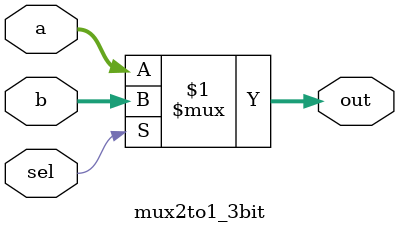
<source format=v>
module mux2to1_3bit (
    input [2:0] a,     
    input [2:0] b,   
    input sel,     
    output[2:0] out 
);

    assign out = sel ? b : a;

endmodule

</source>
